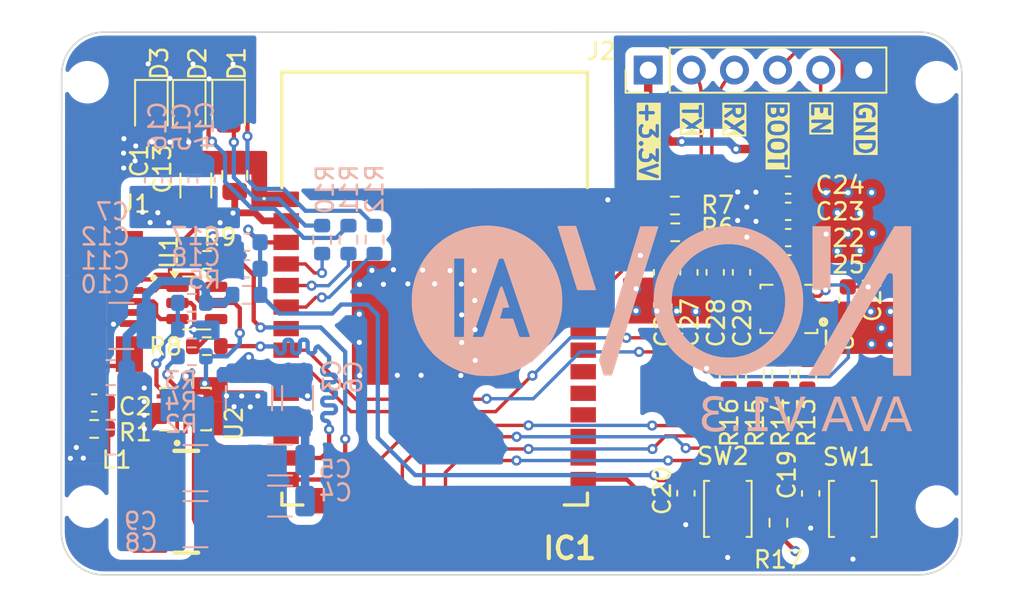
<source format=kicad_pcb>
(kicad_pcb (version 20241229) (generator "pcbnew") (generator_version "9.0")
  (title_block (title "Sensor") (date "2024-07-07") (rev "02") (company "Electronial") (comment 1 "Fiverr") (comment 2 "Property of Novo-AI") (comment 3 "@Copyright -- reserved"))
  (layers (0 "F.Cu" signal) (4 "In1.Cu" power) (6 "In2.Cu" mixed) (2 "B.Cu" signal) (13 "F.Paste" user) (15 "B.Paste" user) (5 "F.SilkS" user "F.Silkscreen") (7 "B.SilkS" user "B.Silkscreen") (1 "F.Mask" user) (3 "B.Mask" user) (25 "Edge.Cuts" user))
  (net 0 "")
  (net 1 "Earth")
  (net 2 "+5V")
  (net 3 "Net-(C2-Pad1)")
  (net 4 "+3.3V")
  (net 5 "/ESP32 S3/CHIP_PU")
  (net 6 "/ESP32 S3/GPIO0")
  (net 7 "Net-(D1-A)")
  (net 8 "Net-(D2-A)")
  (net 9 "Net-(D3-A)")
  (net 13 "/CS")
  (net 16 "/CLK")
  (net 17 "Net-(IC1-IO19)")
  (net 19 "Net-(IC1-TXD0)")
  (net 20 "/MISO")
  (net 21 "Net-(IC1-IO20)")
  (net 22 "Net-(IC1-RXD0)")
  (net 25 "/ESP32 S3/GPIO5")
  (net 29 "/IO15")
  (net 31 "/ESP32 S3/GPIO4")
  (net 32 "/MOSI")
  (net 35 "/ESP32 S3/GPIO6")
  (net 37 "/IO16")
  (net 46 "/3.3V PSU & Input/PRE_DP")
  (net 47 "/3.3V PSU & Input/PRE_DN")
  (net 48 "/ESP32 S3/U0RXD")
  (net 49 "/ESP32 S3/U0TXD")
  (net 50 "Net-(U2-L1)")
  (net 51 "Net-(U2-L2)")
  (net 52 "Net-(U2-PFM{slash}PWM)")
  (net 53 "Net-(U2-FB)")
  (net 54 "Net-(U3-SDO{slash}SA0)")
  (net 55 "Net-(U3-SDI{slash}SDO{slash}SDA)")
  (net 56 "Net-(U3-SPC{slash}SCL)")
  (net 57 "Net-(U3-CS)")
  (net 58 "/DP")
  (net 59 "/DN")
  (footprint "Capacitor_SMD:C_0603_1608Metric" (layer "F.Cu") (at 129.19 91.27)
    (property "Reference" "C2")
    (property "Value" "100nF")
  )
  (footprint "Capacitor_SMD:C_0603_1608Metric" (layer "F.Cu") (at 167.325 83.573332 -90)
    (property "Reference" "C29")
    (property "Value" "100nF")
  )
  (footprint "Capacitor_SMD:C_0603_1608Metric" (layer "F.Cu") (at 171.4 96.6 -90)
    (property "Reference" "C19")
    (property "Value" "100nF")
  )
  (footprint "Capacitor_SMD:C_0603_1608Metric" (layer "F.Cu") (at 170.075 83.073332 180)
    (property "Reference" "C25")
    (property "Value" "15pF")
  )
  (footprint "Footprint:AMPHENOL_10118192-0002LF" (layer "F.Cu") (at 131.39 85.29 -90)
    (property "Reference" "J1")
    (property "Value" "10118192-0002LF")
  )
  (footprint "Footprint:ESP32S3WROOM1N4" (layer "F.Cu") (at 149.25 84.53)
    (property "Reference" "IC1")
    (property "Value" "ESP32-S3-WROOM-1-N16R2" (hide yes))
  )
  (footprint "Connector_PinHeader_2.54mm:PinHeader_1x06_P2.54mm_Vertical" (layer "F.Cu") (at 161.83 71.66 90)
    (property "Reference" "J2")
    (property "Value" "Debug")
  )
  (footprint "MountingHole:MountingHole_2mm" (layer "F.Cu") (at 178.83125 72.375)
    (property "Reference" "H2" (hide yes))
    (property "Value" "MountingHole")
  )
  (footprint "Package_TO_SOT_SMD:SOT-23-6" (layer "F.Cu") (at 135.235 85.3775)
    (property "Reference" "U1")
    (property "Value" "USBLC6-2SC6")
  )
  (footprint "LED_SMD:LED_0805_2012Metric" (layer "F.Cu") (at 137.11 73.9175 -90)
    (property "Reference" "D1")
    (property "Value" "LED")
  )
  (footprint "Capacitor_SMD:C_0603_1608Metric" (layer "F.Cu") (at 170.075 79.98 180)
    (property "Reference" "C23")
    (property "Value" "10nF")
  )
  (footprint "Resistor_SMD:R_0603_1608Metric" (layer "F.Cu") (at 171.201666 89.578332 90)
    (property "Reference" "R13")
    (property "Value" "10E, 0.1%")
  )
  (footprint "Capacitor_SMD:C_0603_1608Metric" (layer "F.Cu") (at 170.075 81.526666 180)
    (property "Reference" "C22")
    (property "Value" "100nF")
  )
  (footprint "Button_Switch_SMD:SW_SPST_B3U-1000P" (layer "F.Cu") (at 173.88 97.51 90)
    (property "Reference" "SW1")
    (property "Value" "SW_SPST")
  )
  (footprint "Resistor_SMD:R_0603_1608Metric" (layer "F.Cu") (at 163.4 79.636666)
    (property "Reference" "R7")
    (property "Value" "10E, 0.1%")
  )
  (footprint "Footprint:IIS3DWBTR" (layer "F.Cu") (at 170.115 85.729632 180)
    (property "Reference" "U3")
    (property "Value" "IIS3DWBTR" (hide yes))
  )
  (footprint "Capacitor_SMD:C_0603_1608Metric" (layer "F.Cu") (at 170.075 78.433332 180)
    (property "Reference" "C24")
    (property "Value" "1nF")
  )
  (footprint "Capacitor_SMD:C_0805_2012Metric" (layer "F.Cu") (at 137.47 77.86 90)
    (property "Reference" "C13")
    (property "Value" "4.7uF")
  )
  (footprint "LED_SMD:LED_0805_2012Metric" (layer "F.Cu") (at 132.56 73.925 -90)
    (property "Reference" "D3")
    (property "Value" "LED")
  )
  (footprint "Capacitor_SMD:C_1206_3216Metric" (layer "F.Cu") (at 135.18 78.46 90)
    (property "Reference" "C1")
    (property "Value" "10uF")
  )
  (footprint "MountingHole:MountingHole_2mm" (layer "F.Cu") (at 128.79125 97.375)
    (property "Reference" "H4" (hide yes))
    (property "Value" "MountingHole")
  )
  (footprint "Resistor_SMD:R_0603_1608Metric" (layer "F.Cu") (at 169.5 98.325 90)
    (property "Reference" "R17")
    (property "Value" "10K, 1%")
  )
  (footprint "Resistor_SMD:R_0603_1608Metric" (layer "F.Cu") (at 166.571666 89.558332 -90)
    (property "Reference" "R16")
    (property "Value" "10E, 0.1%")
  )
  (footprint "Capacitor_SMD:C_0603_1608Metric" (layer "F.Cu") (at 173.585 85.204632 90)
    (property "Reference" "C21")
    (property "Value" "100nF")
  )
  (footprint "Button_Switch_SMD:SW_SPST_B3U-1000P" (layer "F.Cu") (at 166.52 97.51 90)
    (property "Reference" "SW2")
    (property "Value" "SW_SPST")
  )
  (footprint "Footprint:VREG_TPS630250RNCT" (layer "F.Cu") (at 134.57 91.63 90)
    (property "Reference" "U2")
    (property "Value" "TPS630250RNCT")
  )
  (footprint "Resistor_SMD:R_0603_1608Metric" (layer "F.Cu") (at 135.825 87.92)
    (property "Reference" "R8")
    (property "Value" "10E, 0.1%")
  )
  (footprint "MountingHole:MountingHole_2mm" (layer "F.Cu") (at 128.79125 72.375)
    (property "Reference" "H1" (hide yes))
    (property "Value" "MountingHole")
  )
  (footprint "Resistor_SMD:R_0603_1608Metric" (layer "F.Cu") (at 163.42 81.216666)
    (property "Reference" "R6")
    (property "Value" "10E, 0.1%")
  )
  (footprint "Resistor_SMD:R_0603_1608Metric" (layer "F.Cu") (at 168.115 89.558332 -90)
    (property "Reference" "R15")
    (property "Value" "10E, 0.1%")
  )
  (footprint "Resistor_SMD:R_0603_1608Metric" (layer "F.Cu") (at 135.84 82.84)
    (property "Reference" "R9")
    (property "Value" "10E, 0.1%")
  )
  (footprint "Capacitor_SMD:C_0603_1608Metric" (layer "F.Cu") (at 164.225 83.573332 90)
    (property "Reference" "C27")
    (property "Value" "1nF")
  )
  (footprint "LED_SMD:LED_0805_2012Metric" (layer "F.Cu") (at 134.79 73.925 -90)
    (property "Reference" "D2")
    (property "Value" "LED")
  )
  (footprint "Capacitor_SMD:C_0603_1608Metric" (layer "F.Cu") (at 162.675 83.573332 90)
    (property "Reference" "C26")
    (property "Value" "15pF")
  )
  (footprint "MountingHole:MountingHole_2mm" (layer "F.Cu") (at 178.83125 97.375 90)
    (property "Reference" "H3" (hide yes))
    (property "Value" "MountingHole")
  )
  (footprint "Resistor_SMD:R_0603_1608Metric" (layer "F.Cu") (at 129.19 92.8 180)
    (property "Reference" "R1")
    (property "Value" "1M, 1%")
  )
  (footprint "Footprint:SRN60451R0Y" (layer "F.Cu") (at 134.615 97.09)
    (property "Reference" "L1")
    (property "Value" "SRN60451R0Y" (hide yes))
  )
  (footprint "Capacitor_SMD:C_0603_1608Metric" (layer "F.Cu") (at 165.775 83.573332 90)
    (property "Reference" "C28")
    (property "Value" "10nF")
  )
  (footprint "Capacitor_SMD:C_0603_1608Metric" (layer "F.Cu") (at 164.05 96.59 -90)
    (property "Reference" "C20")
    (property "Value" "100nF")
  )
  (footprint "Resistor_SMD:R_0603_1608Metric" (layer "F.Cu") (at 169.658333 89.558332 -90)
    (property "Reference" "R14")
    (property "Value" "10E, 0.1%")
  )
  (footprint "Capacitor_SMD:C_0603_1608Metric" (layer "B.Cu") (at 138.19 83.36 180)
    (property "Reference" "C18")
    (property "Value" "1nF")
  )
  (footprint "Capacitor_SMD:C_0805_2012Metric" (layer "B.Cu") (at 130.16 89.48 180)
    (property "Reference" "C12")
    (property "Value" "1uF")
  )
  (footprint "Capacitor_SMD:C_1210_3225Metric" (layer "B.Cu") (at 130.79 86.73 180)
    (property "Reference" "C7")
    (property "Value" "22uF")
  )
  (footprint "Capacitor_SMD:C_0603_1608Metric" (layer "B.Cu") (at 134.23 78.13 90)
    (property "Reference" "C15")
    (property "Value" "1nF")
  )
  (footprint "Capacitor_SMD:C_1206_3216Metric" (layer "B.Cu") (at 141.17 90.98 90)
    (property "Reference" "C6")
    (property "Value" "10uF")
  )
  (footprint "Capacitor_SMD:C_1210_3225Metric" (layer "B.Cu") (at 135.16 95.11)
    (property "Reference" "C9")
    (property "Value" "22uF")
  )
  (footprint "Capacitor_SMD:C_0805_2012Metric" (layer "B.Cu") (at 130.17 91.53 180)
    (property "Reference" "C11")
    (property "Value" "10uF")
  )
  (footprint "Capacitor_SMD:C_0805_2012Metric" (layer "B.Cu") (at 130.17 93.57 180)
    (property "Reference" "C10")
    (property "Value" "10uF")
  )
  (footprint "Capacitor_SMD:C_0603_1608Metric" (layer "B.Cu") (at 138.19 81.8 180)
    (property "Reference" "C17")
    (property "Value" "100nF")
  )
  (footprint "Capacitor_SMD:C_1206_3216Metric" (layer "B.Cu") (at 140.14 97.05 180)
    (property "Reference" "C4")
    (property "Value" "10uF")
  )
  (footprint "Custom:logo_novoai_w40" (layer "B.Cu") (at 162.519205 85.318466 180)
    (property "Reference" "G***" (hide yes))
    (property "Value" "LOGO" (hide yes))
  )
  (footprint "Resistor_SMD:R_0603_1608Metric" (layer "B.Cu") (at 138.17 84.9)
    (property "Reference" "R5")
    (property "Value" "4.7K, 1%")
  )
  (footprint "Resistor_SMD:R_0603_1608Metric" (layer "B.Cu") (at 134.94 85.37 180)
    (property "Reference" "R3")
    (property "Value" "562K,0.1%")
  )
  (footprint "Capacitor_SMD:C_0603_1608Metric" (layer "B.Cu") (at 132.69 78.14 90)
    (property "Reference" "C16")
    (property "Value" "33pF")
  )
  (footprint "Capacitor_SMD:C_1210_3225Metric" (layer "B.Cu") (at 138.31 90.99 90)
    (property "Reference" "C3")
    (property "Value" "22uF")
  )
  (footprint "Resistor_SMD:R_0603_1608Metric" (layer "B.Cu") (at 142.62 81.645 -90)
    (property "Reference" "R10")
    (property "Value" "100E, 1%")
  )
  (footprint "Resistor_SMD:R_0603_1608Metric" (layer "B.Cu") (at 145.71 81.645 -90)
    (property "Reference" "R12")
    (property "Value" "100E, 1%")
  )
  (footprint "Capacitor_SMD:C_1206_3216Metric" (layer "B.Cu") (at 140.14 94.63 180)
    (property "Reference" "C5")
    (property "Value" "10uF")
  )
  (footprint "Capacitor_SMD:C_1210_3225Metric" (layer "B.Cu") (at 135.16 98.41)
    (property "Reference" "C8")
    (property "Value" "22uF")
  )
  (footprint "Resistor_SMD:R_0603_1608Metric" (layer "B.Cu") (at 134.95 88.52 180)
    (property "Reference" "R2")
    (property "Value" "10K, 1%")
  )
  (footprint "Resistor_SMD:R_0603_1608Metric" (layer "B.Cu") (at 144.17 81.645 -90)
    (property "Reference" "R11")
    (property "Value" "100E, 1%")
  )
  (footprint "Resistor_SMD:R_0603_1608Metric" (layer "B.Cu") (at 134.94 86.95 180)
    (property "Reference" "R4")
    (property "Value" "180K,0.1%")
  )
  (footprint "Capacitor_SMD:C_0603_1608Metric" (layer "B.Cu") (at 135.78 78.14 90)
    (property "Reference" "C14")
    (property "Value" "100nF")
  )
  (gr_arc (start 129.757767 101.392233) (mid 127.99 100.66) (end 127.257767 98.892233) (stroke (width 0.1)) (layer "Edge.Cuts"))
  (gr_line (start 129.775 69.425) (end 177.807233 69.417767) (stroke (width 0.1)) (layer "Edge.Cuts"))
  (gr_arc (start 127.275 71.925) (mid 128.007233 70.157233) (end 129.775 69.425) (stroke (width 0.1)) (layer "Edge.Cuts"))
  (gr_arc (start 180.302233 98.892233) (mid 179.57 100.66) (end 177.802233 101.392233) (stroke (width 0.1)) (layer "Edge.Cuts"))
  (gr_arc (start 177.807233 69.417767) (mid 179.575 70.15) (end 180.307233 71.917767) (stroke (width 0.1)) (layer "Edge.Cuts"))
  (gr_line (start 177.802233 101.392233) (end 129.757767 101.392233) (stroke (width 0.1)) (layer "Edge.Cuts"))
  (gr_line (start 127.275 71.925) (end 127.257767 98.892233) (stroke (width 0.1)) (layer "Edge.Cuts"))
  (gr_line (start 180.302233 98.892233) (end 180.307233 71.917767) (stroke (width 0.1)) (layer "Edge.Cuts"))
  (gr_text "RX" (at 166.27 73.42 270) (layer "F.SilkS" knockout) (effects (font (size 1 1) (thickness 0.2) (bold yes)) (justify left bottom)))
  (gr_text "+3.3V" (at 161.23 73.42 270) (layer "F.SilkS" knockout) (effects (font (size 1 1) (thickness 0.2) (bold yes)) (justify left bottom)))
  (gr_text "GND" (at 174 73.46 270) (layer "F.SilkS" knockout) (effects (font (size 1 1) (thickness 0.2) (bold yes)) (justify left bottom)))
  (gr_text "BOOT" (at 168.82 73.41 270) (layer "F.SilkS" knockout) (effects (font (size 1 1) (thickness 0.2) (bold yes)) (justify left bottom)))
  (gr_text "TX" (at 163.77 73.57 270) (layer "F.SilkS" knockout) (effects (font (size 1 1) (thickness 0.2) (bold yes)) (justify left bottom)))
  (gr_text "EN" (at 171.39 73.4 270) (layer "F.SilkS" knockout) (effects (font (size 1 1) (thickness 0.2) (bold yes)) (justify left bottom)))
  (gr_text "AVA V1.3" (at 177.4 93.27 0) (layer "B.SilkS") (effects (font (size 2 2)) (justify left bottom mirror)))
  (segment (start 159.42 79.27) (end 159.45 79.3) (width 0.25) (layer "F.Cu") (net 1))
  (segment (start 173.88 100.46) (end 173.89 100.47) (width 0.2) (layer "F.Cu") (net 1))
  (segment (start 129.71 94.52) (end 130.015 94.215) (width 0.254) (layer "F.Cu") (net 1))
  (segment (start 134.57 92.185) (end 134.57 90.48) (width 0.2) (layer "F.Cu") (net 1))
  (segment (start 158 79.27) (end 159.42 79.27) (width 0.25) (layer "F.Cu") (net 1))
  (segment (start 164.05 97.365) (end 164.05 98.43) (width 0.2) (layer "F.Cu") (net 1))
  (segment (start 130.33 86.63) (end 130.37 86.59) (width 0.254) (layer "F.Cu") (net 1))
  (segment (start 134.61 89.69) (end 134.57 89.73) (width 0.2) (layer "F.Cu") (net 1))
  (segment (start 166.52 100.36) (end 166.51 100.37) (width 0.2) (layer "F.Cu") (net 1))
  (segment (start 173.585 84.429632) (end 174.789632 84.429632) (width 0.2) (layer "F.Cu") (net 1))
  (segment (start 164.05 98.43) (end 164.04 98.44) (width 0.2) (layer "F.Cu") (net 1))
  (segment (start 171.4 97.375) (end 171.4 98.64) (width 0.2) (layer "F.Cu") (net 1))
  (segment (start 166.52 99.21) (end 166.52 100.36) (width 0.2) (layer "F.Cu") (net 1))
  (segment (start 174.789632 84.429632) (end 174.79 84.43) (width 0.2) (layer "F.Cu") (net 1))
  (segment (start 130.015 92.8) (end 130.015 91.32) (width 0.254) (layer "F.Cu") (net 1))
  (segment (start 134.8775 85.3775) (end 134.0975 85.3775) (width 0.254) (layer "F.Cu") (net 1))
  (segment (start 130.37 86.59) (end 131.39 86.59) (width 0.254) (layer "F.Cu") (net 1))
  (segment (start 128.55 94.52) (end 129.71 94.52) (width 0.254) (layer "F.Cu") (net 1))
  (segment (start 135.087 86.923797) (end 135.087 85.587) (width 0.254) (layer "F.Cu") (net 1))
  (segment (start 135.087 85.587) (end 134.8775 85.3775) (width 0.254) (layer "F.Cu") (net 1))
  (segment (start 130.015 94.215) (end 130.015 92.8) (width 0.254) (layer "F.Cu") (net 1))
  (segment (start 134.57 89.73) (end 134.57 90.48) (width 0.2) (layer "F.Cu") (net 1))
  (segment (start 173.88 99.21) (end 173.88 100.46) (width 0.2) (layer "F.Cu") (net 1))
  (segment (start 135.065797 86.945) (end 135.087 86.923797) (width 0.254) (layer "F.Cu") (net 1))
  (segment (start 130.015 91.32) (end 129.965 91.27) (width 0.254) (layer "F.Cu") (net 1))
  (via (at 130.92 76.55) (size 0.6) (drill 0.3) (layers "F.Cu" "B.Cu") (net 1))
  (via (at 146.23 84.28) (size 0.6) (drill 0.3) (layers "F.Cu" "B.Cu") (net 1))
  (via (at 151.58 83.47) (size 0.6) (drill 0.3) (layers "F.Cu" "B.Cu") (net 1))
  (via (at 171.4 98.64) (size 0.6) (drill 0.3) (layers "F.Cu" "B.Cu") (net 1))
  (via (at 148.45 89.64) (size 0.6) (drill 0.3) (layers "F.Cu" "B.Cu") (net 1))
  (via (at 144.81 86.037) (size 0.6) (drill 0.3) (layers "F.Cu" "B.Cu") (net 1))
  (via (at 135.01 71.3) (size 0.6) (drill 0.3) (layers "F.Cu" "B.Cu") (net 1))
  (via (at 150.84 86.08) (size 0.6) (drill 0.3) (layers "F.Cu" "B.Cu") (net 1))
  (via (at 167.1 78.84) (size 0.6) (drill 0.3) (layers "F.Cu" "B.Cu") (net 1))
  (via (at 141.76 90.85) (size 0.6) (drill 0.3) (layers "F.Cu" "B.Cu") (net 1))
  (via (at 135.065797 86.945) (size 0.6) (drill 0.3) (layers "F.Cu" "B.Cu") (net 1))
  (via (at 147.05 89.64) (size 0.6) (drill 0.3) (layers "F.Cu" "B.Cu") (net 1))
  (via (at 150.82 84.27) (size 0.6) (drill 0.3) (layers "F.Cu" "B.Cu") (net 1))
  (via (at 136.19 81.45) (size 0.6) (drill 0.3) (layers "F.Cu" "B.Cu") (net 1))
  (via (at 168.18 80.57) (size 0.6) (drill 0.3) (layers "F.Cu" "B.Cu") (net 1))
  (via (at 149.25 84.25) (size 0.6) (drill 0.3) (layers "F.Cu" "B.Cu") (net 1))
  (via (at 134.76 75.9) (size 0.6) (drill 0.3) (layers "F.Cu" "B.Cu") (net 1))
  (via (at 132.37 71.29) (size 0.6) (drill 0.3) (layers "F.Cu" "B.Cu") (net 1))
  (via (at 134.61 89.69) (size 0.6) (drill 0.3) (layers "F.Cu" "B.Cu") (net 1))
  (via (at 151.63 86.95) (size 0.6) (drill 0.3) (layers "F.Cu" "B.Cu") (net 1))
  (via (at 145.55 83.46) (size 0.6) (drill 0.3) (layers "F.Cu" "B.Cu") (net 1))
  (via (at 150.84 87.71) (size 0.6) (drill 0.3) (layers "F.Cu" "B.Cu") (net 1))
  (via (at 144.81 87.7) (size 0.6) (drill 0.3) (layers "F.Cu" "B.Cu") (net 1))
  (via (at 147.67 84.25) (size 0.6) (drill 0.3) (layers "F.Cu" "B.Cu") (net 1))
  (via (at 133.65 75.9) (size 0.6) (drill 0.3) (layers "F.Cu" "B.Cu") (net 1))
  (via (at 131.64 76.13) (size 0.6) (drill 0.3) (layers "F.Cu" "B.Cu") (net 1))
  (via (at 128.14 93.89) (size 0.6) (drill 0.3) (layers "F.Cu" "B.Cu") (net 1))
  (via (at 135.96 72.18) (size 0.6) (drill 0.3) (layers "F.Cu" "B.Cu") (net 1))
  (via (at 167.64 79.73) (size 0.6) (drill 0.3) (layers "F.Cu" "B.Cu") (net 1))
  (via (at 146.82 83.42) (size 0.6) (drill 0.3) (layers "F.Cu" "B.Cu") (net 1))
  (via (at 130.33 86.63) (size 0.6) (drill 0.3) (layers "F.Cu" "B.Cu") (net 1))
  (via (at 128.55 94.52) (size 0.6) (drill 0.3) (layers "F.Cu" "B.Cu") (net 1))
  (via (at 148.54 83.44) (size 0.6) (drill 0.3) (layers "F.Cu" "B.Cu") (net 1))
  (via (at 144.83 89.66) (size 0.6) (drill 0.3) (layers "F.Cu" "B.Cu") (net 1))
  (via (at 151.64 88.76) (size 0.6) (drill 0.3) (layers "F.Cu" "B.Cu") (net 1))
  (via (at 137.37 71.31) (size 0.6) (drill 0.3) (layers "F.Cu" "B.Cu") (net 1))
  (via (at 168.17 78.85) (size 0.6) (drill 0.3) (layers "F.Cu" "B.Cu") (net 1))
  (via (at 150.79 89.65) (size 0.6) (drill 0.3) (layers "F.Cu" "B.Cu") (net 1))
  (via (at 166.51 100.37) (size 0.6) (drill 0.3) (layers "F.Cu" "B.Cu") (net 1))
  (via (at 159.45 79.3) (size 0.6) (drill 0.3) (layers "F.Cu" "B.Cu") (net 1))
  (via (at 150.16 83.47) (size 0.6) (drill 0.3) (layers "F.Cu" "B.Cu") (net 1))
  (via (at 164.04 98.44) (size 0.6) (drill 0.3) (layers "F.Cu" "B.Cu") (net 1))
  (via (at 130.93 77.43) (size 0.6) (drill 0.3) (layers "F.Cu" "B.Cu") (net 1))
  (via (at 130.94 75.7) (size 0.6) (drill 0.3) (layers "F.Cu" "B.Cu") (net 1))
  (via (at 138.3 88.57) (size 0.6) (drill 0.3) (layers "F.Cu" "B.Cu") (net 1))
  (via (at 174.79 84.43) (size 0.6) (drill 0.3) (layers "F.Cu" "B.Cu") (net 1))
  (via (at 133.65 72.15) (size 0.6) (drill 0.3) (layers "F.Cu" "B.Cu") (net 1))
  (via (at 173.89 100.47) (size 0.6) (drill 0.3) (layers "F.Cu" "B.Cu") (net 1))
  (via (at 132.59 75.89) (size 0.6) (drill 0.3) (layers "F.Cu" "B.Cu") (net 1))
  (via (at 161.37 82.58) (size 0.6) (drill 0.3) (layers "F.Cu" "B.Cu") (net 1))
  (via (at 151.61 85.23) (size 0.6) (drill 0.3) (layers "F.Cu" "B.Cu") (net 1))
  (via (at 144.82 84.29) (size 0.6) (drill 0.3) (layers "F.Cu" "B.Cu") (net 1))
  (via (at 167.64 81.5) (size 0.6) (drill 0.3) (layers "F.Cu" "B.Cu") (net 1))
  (via (at 127.79 94.53) (size 0.6) (drill 0.3) (layers "F.Cu" "B.Cu") (net 1))
  (via (at 131.6 77.01) (size 0.6) (drill 0.3) (layers "F.Cu" "B.Cu") (net 1))
  (via (at 167.1 80.52) (size 0.6) (drill 0.3) (layers "F.Cu" "B.Cu") (net 1))
  (segment (start 138.31 89.515) (end 141.16 89.515) (width 0.254) (layer "B.Cu") (net 1))
  (segment (start 135.76 86.945) (end 135.765 86.95) (width 0.254) (layer "B.Cu") (net 1))
  (segment (start 137.415 81.8) (end 137.415 83.36) (width 0.254) (layer "B.Cu") (net 1))
  (segment (start 137.395 81.78) (end 136.52 81.78) (width 0.254) (layer "B.Cu") (net 1))
  (segment (start 135.065797 86.945) (end 135.76 86.945) (width 0.254) (layer "B.Cu") (net 1))
  (segment (start 130.33 86.63) (end 129.415 86.63) (width 0.254) (layer "B.Cu") (net 1))
  (segment (start 129.415 86.63) (end 129.315 86.73) (width 0.254) (layer "B.Cu") (net 1))
  (segment (start 138.31 89.515) (end 138.31 88.58) (width 0.254) (layer "B.Cu") (net 1))
  (segment (start 138.31 88.58) (end 138.3 88.57) (width 0.254) (layer "B.Cu") (net 1))
  (segment (start 136.52 81.78) (end 136.19 81.45) (width 0.254) (layer "B.Cu") (net 1))
  (segment (start 137.415 81.8) (end 137.395 81.78) (width 0.254) (layer "B.Cu") (net 1))
  (segment (start 141.17 90.47) (end 141.17 89.505) (width 0.254) (layer "B.Cu") (net 1))
  (segment (start 141.55 90.85) (end 141.17 90.47) (width 0.254) (layer "B.Cu") (net 1))
  (segment (start 141.76 90.85) (end 141.55 90.85) (width 0.254) (layer "B.Cu") (net 1))
  (segment (start 141.16 89.515) (end 141.17 89.505) (width 0.254) (layer "B.Cu") (net 1))
  (segment (start 131.39 83.99) (end 132.54 83.99) (width 0.254) (layer "F.Cu") (net 2))
  (segment (start 133.66 82.47) (end 133.66 83.72) (width 0.254) (layer "F.Cu") (net 2))
  (segment (start 134.98 83.72) (end 135.27 84.01) (width 0.254) (layer "F.Cu") (net 2))
  (segment (start 137.77 85.69) (end 137.4575 85.3775) (width 0.254) (layer "F.Cu") (net 2))
  (segment (start 137.4575 85.3775) (end 136.3725 85.3775) (width 0.254) (layer "F.Cu") (net 2))
  (segment (start 135.27 84.01) (end 135.27 85.127948) (width 0.254) (layer "F.Cu") (net 2))
  (segment (start 133.66 83.72) (end 134.98 83.72) (width 0.254) (layer "F.Cu") (net 2))
  (segment (start 135.18 79.935) (end 135.18 80.95) (width 0.254) (layer "F.Cu") (net 2))
  (segment (start 135.18 80.95) (end 133.66 82.47) (width 0.254) (layer "F.Cu") (net 2))
  (segment (start 132.54 83.99) (end 132.81 83.72) (width 0.254) (layer "F.Cu") (net 2))
  (segment (start 135.27 85.127948) (end 135.519552 85.3775) (width 0.254) (layer "F.Cu") (net 2))
  (segment (start 135.519552 85.3775) (end 136.3725 85.3775) (width 0.254) (layer "F.Cu") (net 2))
  (segment (start 137.77 87.16) (end 137.77 85.69) (width 0.254) (layer "F.Cu") (net 2))
  (segment (start 132.81 83.72) (end 133.66 83.72) (width 0.254) (layer "F.Cu") (net 2))
  (via (at 137.77 87.16) (size 0.6) (drill 0.3) (layers "F.Cu" "B.Cu") (net 2))
  (via (at 137.43 91.49) (size 0.6) (drill 0.3) (layers "F.Cu" "B.Cu") (net 2))
  (via (at 136.99 90.85) (size 0.6) (drill 0.3) (layers "F.Cu" "B.Cu") (net 2))
  (via (at 138.39 91.5) (size 0.6) (drill 0.3) (layers "F.Cu" "B.Cu") (net 2))
  (via (at 138.83 90.86) (size 0.6) (drill 0.3) (layers "F.Cu" "B.Cu") (net 2))
  (via (at 135.7 90.12) (size 0.6) (drill 0.3) (layers "F.Cu" "B.Cu") (net 2))
  (via (at 137.88 90.86) (size 0.6) (drill 0.3) (layers "F.Cu" "B.Cu") (net 2))
  (segment (start 135.775 88.52) (end 135.775 90.045) (width 0.254) (layer "B.Cu") (net 2))
  (segment (start 138.31 92.465) (end 141.16 92.465) (width 0.5) (layer "B.Cu") (net 2))
  (segment (start 137.02 88.52) (end 135.775 88.52) (width 0.254) (layer "B.Cu") (net 2))
  (segment (start 141.615 97.05) (end 141.615 92.9) (width 0.5) (layer "B.Cu") (net 2))
  (segment (start 141.615 92.9) (end 141.17 92.455) (width 0.5) (layer "B.Cu") (net 2))
  (segment (start 135.775 90.045) (end 135.7 90.12) (width 0.254) (layer "B.Cu") (net 2))
  (segment (start 137.77 87.16) (end 137.77 87.77) (width 0.254) (layer "B.Cu") (net 2))
  (segment (start 137.77 87.77) (end 137.02 88.52) (width 0.254) (layer "B.Cu") (net 2))
  (segment (start 141.16 92.465) (end 141.17 92.455) (width 0.5) (layer "B.Cu") (net 2))
  (segment (start 128.715 81.49) (end 130.565 81.49) (width 0.25) (layer "F.Cu") (net 3))
  (segment (start 128.415 89.39) (end 128.715 89.09) (width 0.254) (layer "F.Cu") (net 3))
  (segment (start 128.365 91.32) (end 128.415 91.27) (width 0.254) (layer "F.Cu") (net 3))
  (segment (start 128.415 91.27) (end 128.415 89.39) (width 0.254) (layer "F.Cu") (net 3))
  (segment (start 128.715 89.09) (end 130.565 89.09) (width 0.25) (layer "F.Cu") (net 3))
  (segment (start 130.565 89.09) (end 131.265 88.39) (width 0.25) (layer "F.Cu") (net 3))
  (segment (start 130.565 81.49) (end 131.265 82.19) (width 0.25) (layer "F.Cu") (net 3))
  (segment (start 128.715 81.49) (end 128.715 89.09) (width 0.25) (layer "F.Cu") (net 3))
  (segment (start 128.365 92.8) (end 128.365 91.32) (width 0.254) (layer "F.Cu") (net 3))
  (segment (start 137.77 78.81) (end 137.47 78.81) (width 0.25) (layer "F.Cu") (net 4))
  (segment (start 170.5 100) (end 169.65 99.15) (width 0.254) (layer "F.Cu") (net 4))
  (segment (start 161.83 71.66) (end 161.83 74.54) (width 0.5) (layer "F.Cu") (net 4))
  (segment (start 137.38 80.07) (end 137.37 80.08) (width 0.4) (layer "F.Cu") (net 4))
  (segment (start 139.14 80.54) (end 138.67 80.07) (width 0.4) (layer "F.Cu") (net 4))
  (segment (start 170.85 77.36) (end 170.85 78.433332) (width 0.5) (layer "F.Cu") (net 4))
  (segment (start 169.8 76.31) (end 170.85 77.36) (width 0.5) (layer "F.Cu") (net 4))
  (segment (start 161.83 74.54) (end 162.87 75.58) (width 0.5) (layer "F.Cu") (net 4))
  (segment (start 163.16 75.87) (end 163.81 75.87) (width 0.5) (layer "F.Cu") (net 4))
  (segment (start 167 76.31) (end 169.8 76.31) (width 0.5) (layer "F.Cu") (net 4))
  (segment (start 138.67 80.07) (end 137.38 80.07) (width 0.4) (layer "F.Cu") (net 4))
  (segment (start 140.5 80.54) (end 139.14 80.54) (width 0.4) (layer "F.Cu") (net 4))
  (segment (start 169.65 99.15) (end 169.5 99.15) (width 0.254) (layer "F.Cu") (net 4))
  (segment (start 137.47 78.81) (end 137.47 79.98) (width 0.4) (layer "F.Cu") (net 4))
  (segment (start 162.87 75.58) (end 163.16 75.87) (width 0.5) (layer "F.Cu") (net 4))
  (segment (start 137.47 79.98) (end 137.37 80.08) (width 0.4) (layer "F.Cu") (net 4))
  (segment (start 162.675 84.348332) (end 167.325 84.348332) (width 0.254) (layer "F.Cu") (net 4))
  (via (at 163.51 85.86) (size 0.6) (drill 0.3) (layers "F.Cu" "B.Cu") (net 4))
  (via (at 172.3 78.88) (size 0.6) (drill 0.3) (layers "F.Cu" "B.Cu") (net 4))
  (via (at 170.5 100) (size 0.6) (drill 0.3) (layers "F.Cu" "B.Cu") (net 4))
  (via (at 175.04 81.27) (size 0.6) (drill 0.3) (layers "F.Cu" "B.Cu") (net 4))
  (via (at 176.1 85.88) (size 0.6) (drill 0.3) (layers "F.Cu" "B.Cu") (net 4))
  (via (at 132.14 91.99) (size 0.6) (drill 0.3) (layers "F.Cu" "B.Cu") (net 4))
  (via (at 174.94 85.89) (size 0.6) (drill 0.3) (layers "F.Cu" "B.Cu") (net 4))
  (via (at 172.97 80.06) (size 0.6) (drill 0.3) (layers "F.Cu" "B.Cu") (net 4))
  (via (at 172.97 82.33) (size 0.6) (drill 0.3) (layers "F.Cu" "B.Cu") (net 4))
  (via (at 136.61 80.65) (size 0.6) (drill 0.3) (layers "F.Cu" "B.Cu") (net 4))
  (via (at 173.6 78.88) (size 0.6) (drill 0.3) (layers "F.Cu" "B.Cu") (net 4))
  (via (at 132.14 91.19) (size 0.6) (drill 0.3) (layers "F.Cu" "B.Cu") (net 4))
  (via (at 132.04 80.03) (size 0.6) (drill 0.3) (layers "F.Cu" "B.Cu") (net 4))
  (via (at 161.11 85.84) (size 0.6) (drill 0.3) (layers "F.Cu" "B.Cu") (net 4))
  (via (at 174.99 78.87) (size 0.6) (drill 0.3) (layers "F.Cu" "B.Cu") (net 4))
  (via (at 132.14 90.39) (size 0.6) (drill 0.3) (layers "F.Cu" "B.Cu") (net 4))
  (via (at 162.34 85.85) (size 0.6) (drill 0.3) (layers "F.Cu" "B.Cu") (net 4))
  (via (at 132.15 92.8) (size 0.6) (drill 0.3) (layers "F.Cu" "B.Cu") (net 4))
  (via (at 174.99 87.8) (size 0.6) (drill 0.3) (layers "F.Cu" "B.Cu") (net 4))
  (via (at 174.31 82.3) (size 0.6) (drill 0.3) (layers "F.Cu" "B.Cu") (net 4))
  (via (at 176.09 87.82) (size 0.6) (drill 0.3) (layers "F.Cu" "B.Cu") (net 4))
  (via (at 167 76.31) (size 0.6) (drill 0.3) (layers "F.Cu" "B.Cu") (net 4))
  (via (at 172.31 81.32) (size 0.6) (drill 0.3) (layers "F.Cu" "B.Cu") (net 4))
  (via (at 174.29 80.1) (size 0.6) (drill 0.3) (layers "F.Cu" "B.Cu") (net 4))
  (via (at 137.37 80.08) (size 0.6) (drill 0.3) (layers "F.Cu" "B.Cu") (net 4))
  (via (at 133.58 80.65) (size 0.6) (drill 0.3) (layers "F.Cu" "B.Cu") (net 4))
  (via (at 161.12 84.54) (size 0.6) (drill 0.3) (layers "F.Cu" "B.Cu") (net 4))
  (via (at 175.57 86.86) (size 0.6) (drill 0.3) (layers "F.Cu" "B.Cu") (net 4))
  (via (at 164.63 85.88) (size 0.6) (drill 0.3) (layers "F.Cu" "B.Cu") (net 4))
  (via (at 132.94 80.06) (size 0.6) (drill 0.3) (layers "F.Cu" "B.Cu") (net 4))
  (via (at 163.81 75.87) (size 0.6) (drill 0.3) (layers "F.Cu" "B.Cu") (net 4))
  (via (at 132.49 80.64) (size 0.6) (drill 0.3) (layers "F.Cu" "B.Cu") (net 4))
  (via (at 173.59 81.32) (size 0.6) (drill 0.3) (layers "F.Cu" "B.Cu") (net 4))
  (segment (start 166.56 75.87) (end 167 76.31) (width 0.5) (layer "B.Cu") (net 4))
  (segment (start 131.11 89.48) (end 131.11 87.33) (width 0.5) (layer "B.Cu") (net 4))
  (segment (start 133.08 84.09) (end 135.25 84.09) (width 0.5) (layer "B.Cu") (net 4))
  (segment (start 135.25 84.09) (end 135.765 84.605) (width 0.5) (layer "B.Cu") (net 4))
  (segment (start 132.265 84.905) (end 133.08 84.09) (width 0.5) (layer "B.Cu") (net 4))
  (segment (start 135.765 85.37) (end 136.875 85.37) (width 0.5) (layer "B.Cu") (net 4))
  (segment (start 131.71 86.73) (end 132.265 86.73) (width 0.5) (layer "B.Cu") (net 4))
  (segment (start 136.875 85.37) (end 137.345 84.9) (width 0.5) (layer "B.Cu") (net 4))
  (segment (start 131.12 93.57) (end 131.12 89.49) (width 0.254) (layer "B.Cu") (net 4))
  (segment (start 163.81 75.87) (end 166.56 75.87) (width 0.5) (layer "B.Cu") (net 4))
  (segment (start 132.265 86.73) (end 132.265 84.905) (width 0.5) (layer "B.Cu") (net 4))
  (segment (start 131.12 89.49) (end 131.11 89.48) (width 0.254) (layer "B.Cu") (net 4))
  (segment (start 135.765 84.605) (end 135.765 85.37) (width 0.5) (layer "B.Cu") (net 4))
  (segment (start 131.11 87.33) (end 131.71 86.73) (width 0.5) (layer "B.Cu") (net 4))
  (segment (start 173.6 76.92) (end 175.51 76.92) (width 0.2) (layer "F.Cu") (net 5))
  (segment (start 177.27 91.7) (end 174.73 94.24) (width 0.2) (layer "F.Cu") (net 5))
  (segment (start 170.89 94.24) (end 169.32 95.81) (width 0.2) (layer "F.Cu") (net 5))
  (segment (start 138.27 81.15) (end 138.93 81.81) (width 0.25) (layer "F.Cu") (net 5))
  (segment (start 138.93 81.81) (end 140.5 81.81) (width 0.25) (layer "F.Cu") (net 5))
  (segment (start 171.99 71.66) (end 171.99 75.31) (width 0.2) (layer "F.Cu") (net 5))
  (segment (start 166.515 95.815) (end 166.52 95.81) (width 0.2) (layer "F.Cu") (net 5))
  (segment (start 171.99 75.31) (end 173.6 76.92) (width 0.2) (layer "F.Cu") (net 5))
  (segment (start 164.05 95.815) (end 162.465 95.815) (width 0.254) (layer "F.Cu") (net 5))
  (segment (start 169.32 95.81) (end 166.52 95.81) (width 0.2) (layer "F.Cu") (net 5))
  (segment (start 177.27 78.68) (end 177.27 91.7) (width 0.2) (layer "F.Cu") (net 5))
  (segment (start 162.465 95.815) (end 162.17 95.52) (width 0.254) (layer "F.Cu") (net 5))
  (segment (start 175.51 76.92) (end 177.27 78.68) (width 0.2) (layer "F.Cu") (net 5))
  (segment (start 138.27 81.06) (end 138.27 81.15) (width 0.25) (layer "F.Cu") (net 5))
  (segment (start 174.73 94.24) (end 170.89 94.24) (width 0.2) (layer "F.Cu") (net 5))
  (segment (start 164.05 95.815) (end 166.515 95.815) (width 0.2) (layer "F.Cu") (net 5))
  (via (at 162.17 95.52) (size 0.6) (drill 0.3) (layers "F.Cu" "B.Cu") (net 5))
  (via (at 138.27 81.06) (size 0.6) (drill 0.3) (layers "F.Cu" "B.Cu") (net 5))
  (segment (start 140.095 86) (end 138.995 84.9) (width 0.254) (layer "B.Cu") (net 5))
  (segment (start 138.27 81.105) (end 138.965 81.8) (width 0.25) (layer "B.Cu") (net 5))
  (segment (start 138.965 84.87) (end 138.995 84.9) (width 0.25) (layer "B.Cu") (net 5))
  (segment (start 138.965 81.8) (end 138.965 84.87) (width 0.25) (layer "B.Cu") (net 5))
  (segment (start 162.17 95.52) (end 148.1 95.52) (width 0.254) (layer "B.Cu") (net 5))
  (segment (start 145.9 93.32) (end 145.9 86.09) (width 0.254) (layer "B.Cu") (net 5))
  (segment (start 145.28 85.47) (end 143.74 85.47) (width 0.254) (layer "B.Cu") (net 5))
  (segment (start 148.1 95.52) (end 145.9 93.32) (width 0.254) (layer "B.Cu") (net 5))
  (segment (start 145.9 86.09) (end 145.28 85.47) (width 0.254) (layer "B.Cu") (net 5))
  (segment (start 138.27 81.06) (end 138.27 81.105) (width 0.25) (layer "B.Cu") (net 5))
  (segment (start 143.74 85.47) (end 143.21 86) (width 0.254) (layer "B.Cu") (net 5))
  (segment (start 143.21 86) (end 140.095 86) (width 0.254) (layer "B.Cu") (net 5))
  (segment (start 165.97 97.5) (end 169.1 97.5) (width 0.254) (layer "F.Cu") (net 6))
  (segment (start 175.79 95.04) (end 177.98 92.85) (width 0.2) (layer "F.Cu") (net 6))
  (segment (start 158 95.78) (end 160.57 95.78) (width 0.254) (layer "F.Cu") (net 6))
  (segment (start 175.95 76.02) (end 177.98 78.05) (width 0.2) (layer "F.Cu") (net 6))
  (segment (start 161.45 96.66) (end 161.45 98.97) (width 0.254) (layer "F.Cu") (net 6))
  (segment (start 173.88 95.81) (end 175.02 95.81) (width 0.2) (layer "F.Cu") (net 6))
  (segment (start 172.46 70.25) (end 173.26 71.05) (width 0.2) (layer "F.Cu") (net 6))
  (segment (start 165.16 99.1) (end 165.16 98.31) (width 0.254) (layer "F.Cu") (net 6))
  (segment (start 169.35 97.25) (end 169.75 97.25) (width 0.254) (layer "F.Cu") (net 6))
  (segment (start 169.5 97.5) (end 169.35 97.35) (width 0.254) (layer "F.Cu") (net 6))
  (segment (start 171.4 95.825) (end 173.843787 95.825) (width 0.2) (layer "F.Cu") (net 6))
  (segment (start 170.86 70.25) (end 172.46 70.25) (width 0.2) (layer "F.Cu") (net 6))
  (segment (start 177.98 92.85) (end 177.98 78.05) (width 0.2) (layer "F.Cu") (net 6))
  (segment (start 169.35 97.35) (end 169.35 97.25) (width 0.254) (layer "F.Cu") (net 6))
  (segment (start 160.57 95.78) (end 161.45 96.66) (width 0.254) (layer "F.Cu") (net 6))
  (segment (start 165.16 98.31) (end 165.97 97.5) (width 0.254) (layer "F.Cu") (net 6))
  (segment (start 174.09 76.02) (end 175.95 76.02) (width 0.2) (layer "F.Cu") (net 6))
  (segment (start 164.44 99.82) (end 165.16 99.1) (width 0.254) (layer "F.Cu") (net 6))
  (segment (start 175.02 95.81) (end 175.79 95.04) (width 0.2) (layer "F.Cu") (net 6))
  (segment (start 169.45 71.66) (end 170.86 70.25) (width 0.2) (layer "F.Cu") (net 6))
  (segment (start 171.175 95.825) (end 171.4 95.825) (width 0.254) (layer "F.Cu") (net 6))
  (segment (start 162.3 99.82) (end 164.44 99.82) (width 0.254) (layer "F.Cu") (net 6))
  (segment (start 161.45 98.97) (end 162.3 99.82) (width 0.254) (layer "F.Cu") (net 6))
  (segment (start 173.26 71.05) (end 173.26 75.19) (width 0.2) (layer "F.Cu") (net 6))
  (segment (start 173.26 75.19) (end 174.09 76.02) (width 0.2) (layer "F.Cu") (net 6))
  (segment (start 169.75 97.25) (end 171.175 95.825) (width 0.254) (layer "F.Cu") (net 6))
  (segment (start 169.1 97.5) (end 169.35 97.25) (width 0.254) (layer "F.Cu") (net 6))
  (arc (start 173.843787 95.825) (mid 173.863385 95.821101) (end 173.88 95.81) (width 0.2) (layer "F.Cu") (net 6))
  (segment (start 137.42 75.91) (end 137.42 75.165) (width 0.25) (layer "F.Cu") (net 7))
  (segment (start 137.42 75.165) (end 137.11 74.855) (width 0.25) (layer "F.Cu") (net 7))
  (via (at 137.42 75.91) (size 0.6) (drill 0.3) (layers "F.Cu" "B.Cu") (net 7))
  (segment (start 137.42 77.98) (end 137.42 75.91) (width 0.25) (layer "B.Cu") (net 7))
  (segment (start 142.62 80.82) (end 141.63 80.82) (width 0.25) (layer "B.Cu") (net 7))
  (segment (start 141.63 80.82) (end 140.06 79.25) (width 0.25) (layer "B.Cu") (net 7))
  (segment (start 140.06 79.25) (end 138.69 79.25) (width 0.25) (layer "B.Cu") (net 7))
  (segment (start 137.91 78.47) (end 137.42 77.98) (width 0.25) (layer "B.Cu") (net 7))
  (segment (start 138.69 79.25) (end 137.91 78.47) (width 0.25) (layer "B.Cu") (net 7))
  (segment (start 135.93 75.08) (end 135.93 75.67) (width 0.254) (layer "F.Cu") (net 8))
  (segment (start 135.7125 74.8625) (end 135.93 75.08) (width 0.254) (layer "F.Cu") (net 8))
  (segment (start 134.79 74.8625) (end 135.7125 74.8625) (width 0.254) (layer "F.Cu") (net 8))
  (segment (start 135.93 75.67) (end 136.13 75.87) (width 0.254) (layer "F.Cu") (net 8))
  (via (at 136.13 75.87) (size 0.6) (drill 0.3) (layers "F.Cu" "B.Cu") (net 8))
  (segment (start 138.49 79.83) (end 137.27 78.61) (width 0.25) (layer "B.Cu") (net 8))
  (segment (start 136.9 78.24) (end 136.9 76.96) (width 0.25) (layer "B.Cu") (net 8))
  (segment (start 140.15 80.16) (end 139.82 79.83) (width 0.25) (layer "B.Cu") (net 8))
  (segment (start 141.535 81.545) (end 140.15 80.16) (width 0.25) (layer "B.Cu") (net 8))
  (segment (start 139.82 79.83) (end 138.7 79.83) (width 0.25) (layer "B.Cu") (net 8))
  (segment (start 136.9 76.64) (end 136.13 75.87) (width 0.25) (layer "B.Cu") (net 8))
  (segment (start 136.9 76.96) (end 136.9 76.64) (width 0.25) (layer "B.Cu") (net 8))
  (segment (start 144.17 80.82) (end 143.445 81.545) (width 0.25) (layer "B.Cu") (net 8))
  (segment (start 143.445 81.545) (end 141.535 81.545) (width 0.25) (layer "B.Cu") (net 8))
  (segment (start 138.7 79.83) (end 138.49 79.83) (width 0.25) (layer "B.Cu") (net 8))
  (segment (start 137.27 78.61) (end 136.9 78.24) (width 0.25) (layer "B.Cu") (net 8))
  (segment (start 137.75 73.95) (end 138.09 74.29) (width 0.25) (layer "F.Cu") (net 9))
  (segment (start 134.61 73.95) (end 137.75 73.95) (width 0.25) (layer "F.Cu") (net 9))
  (segment (start 132.56 74.8625) (end 133.4725 73.95) (width 0.25) (layer "F.Cu") (net 9))
  (segment (start 133.4725 73.95) (end 134.61 73.95) (width 0.25) (layer "F.Cu") (net 9))
  (segment (start 138.09 74.29) (end 138.22 74.42) (width 0.25) (layer "F.Cu") (net 9))
  (segment (start 138.22 74.42) (end 138.22 75.56) (width 0.25) (layer "F.Cu") (net 9))
  (via (at 138.22 75.56) (size 0.6) (drill 0.3) (layers "F.Cu" "B.Cu") (net 9))
  (segment (start 144.84 79.95) (end 145.71 80.82) (width 0.25) (layer "B.Cu") (net 9))
  (segment (start 141.64 79.95) (end 144.84 79.95) (width 0.25) (layer "B.Cu") (net 9))
  (segment (start 138.22 75.56) (end 138.22 78.12) (width 0.25) (layer "B.Cu") (net 9))
  (segment (start 140.35 78.66) (end 141.64 79.95) (width 0.25) (layer "B.Cu") (net 9))
  (segment (start 138.22 78.12) (end 138.76 78.66) (width 0.25) (layer "B.Cu") (net 9))
  (segment (start 138.76 78.66) (end 140.35 78.66) (width 0.25) (layer "B.Cu") (net 9))
  (segment (start 148.05 92.59) (end 154.78 92.59) (width 0.2) (layer "F.Cu") (net 13))
  (segment (start 162.06 92.6) (end 165.74 92.6) (width 0.2) (layer "F.Cu") (net 13))
  (segment (start 166.571666 91.768334) (end 166.571666 90.383332) (width 0.2) (layer "F.Cu") (net 13))
  (segment (start 146.075 94.565) (end 147.01 93.63) (width 0.2) (layer "F.Cu") (net 13))
  (segment (start 147.01 93.63) (end 148.05 92.59) (width 0.2) (layer "F.Cu") (net 13))
  (segment (start 165.74 92.6) (end 166.571666 91.768334) (width 0.2) (layer "F.Cu") (net 13))
  (segment (start 146.075 97.03) (end 146.075 94.565) (width 0.2) (layer "F.Cu") (net 13))
  (via (at 162.06 92.6) (size 0.6) (drill 0.3) (layers "F.Cu" "B.Cu") (net 13))
  (via (at 154.78 92.59) (size 0.6) (drill 0.3) (layers "F.Cu" "B.Cu") (net 13))
  (segment (start 162.05 92.59) (end 162.06 92.6) (width 0.2) (layer "B.Cu") (net 13))
  (segment (start 154.78 92.59) (end 162.05 92.59) (width 0.2) (layer "B.Cu") (net 13))
  (segment (start 148.615 94.875) (end 148.615 97.03) (width 0.2) (layer "F.Cu") (net 16))
  (segment (start 154.78 93.98) (end 149.51 93.98) (width 0.2) (layer "F.Cu") (net 16))
  (segment (start 162.08 93.98) (end 162.85 93.21) (width 0.2) (layer "F.Cu") (net 16))
  (segment (start 162.85 93.21) (end 166.61 93.21) (width 0.2) (layer "F.Cu") (net 16))
  (segment (start 149.51 93.98) (end 148.615 94.875) (width 0.2) (layer "F.Cu") (net 16))
  (segment (start 166.61 93.21) (end 168.115 91.705) (width 0.2) (layer "F.Cu") (net 16))
  (segment (start 168.115 91.705) (end 168.115 90.383332) (width 0.2) (layer "F.Cu") (net 16))
  (via (at 154.78 93.98) (size 0.6) (drill 0.3) (layers "F.Cu" "B.Cu") (net 16))
  (via (at 162.08 93.98) (size 0.6) (drill 0.3) (layers "F.Cu" "B.Cu") (net 16))
  (segment (start 154.78 93.98) (end 162.08 93.98) (width 0.2) (layer "B.Cu") (net 16))
  (segment (start 136.65 87.92) (end 138.96 87.92) (width 0.254) (layer "F.Cu") (net 17))
  (segment (start 138.96 87.92) (end 138.98 87.94) (width 0.254) (layer "F.Cu") (net 17))
  (segment (start 143.03 92.82) (end 143.03 94.04) (width 0.254) (layer "F.Cu") (net 17))
  (segment (start 143.03 94.04) (end 142.56 94.51) (width 0.254) (layer "F.Cu") (net 17))
  (segment (start 142.56 94.51) (end 140.5 94.51) (width 0.254) (layer "F.Cu") (net 17))
  (via (at 138.98 87.94) (size 0.6) (drill 0.3) (layers "F.Cu" "B.Cu") (net 17))
  (via (at 143.03 92.82) (size 0.6) (drill 0.3) (layers "F.Cu" "B.Cu") (net 17))
  (segment (start 142.8484 91.865636) (end 143.03 91.865636) (width 0.254) (layer "B.Cu") (net 17))
  (segment (start 140.4024 88.1216) (end 140.4024 88.1584) (width 0.254) (layer "B.Cu") (net 17))
  (segment (start 143.03 92.82) (end 143.03 92.501236) (width 0.254) (layer "B.Cu") (net 17))
  (segment (start 142.673619 88.213619) (end 142.4 87.94) (width 0.254) (layer "B.Cu") (net 17))
  (segment (start 143.03 91.411636) (end 142.8116 91.411636) (width 0.254) (layer "B.Cu") (net 17))
  (segment (start 139.482676 87.94) (end 138.98 87.94) (width 0.254) (layer "B.Cu") (net 17))
  (segment (start 142.63 90.322036) (end 142.63 90.231236) (width 0.254) (layer "B.Cu") (net 17))
  (segment (start 140.6748 87.54) (end 140.584 87.54) (width 0.254) (layer "B.Cu") (net 17))
  (segment (start 142.0368 88.34) (end 141.946 88.34) (width 0.254) (layer "B.Cu") (net 17))
  (segment (start 141.3104 87.7216) (end 141.3104 87.94) (width 0.254) (layer "B.Cu") (net 17))
  (segment (start 139.7668 87.94) (end 139.676 87.94) (width 0.254) (layer "B.Cu") (net 17))
  (segment (start 143.2484 90.503636) (end 143.03 90.503636) (width 0.254) (layer "B.Cu") (net 17))
  (segment (start 140.4024 87.7216) (end 140.4024 87.94) (width 0.254) (layer "B.Cu") (net 17))
  (segment (start 141.7644 87.94) (end 141.7644 87.7216) (width 0.254) (layer "B.Cu") (net 17))
  (segment (start 142.8116 89.141636) (end 142.8484 89.141636) (width 0.254) (layer "B.Cu") (net 17))
  (segment (start 142.63 89.414036) (end 142.63 89.323236) (width 0.254) (layer "B.Cu") (net 17))
  (segment (start 143.43 90.776036) (end 143.43 90.685236) (width 0.254) (layer "B.Cu") (net 17))
  (segment (start 143.2484 89.595636) (end 143.03 89.595636) (width 0.254) (layer "B.Cu") (net 17))
  (segment (start 140.8564 88.1584) (end 140.8564 87.94) (width 0.254) (layer "B.Cu") (net 17))
  (segment (start 142.8116 91.865636) (end 142.8484 91.865636) (width 0.254) (layer "B.Cu") (net 17))
  (segment (start 141.3104 87.94) (end 141.3104 88.1584) (width 0.254) (layer "B.Cu") (net 17))
  (segment (start 143.43 89.868036) (end 143.43 89.777236) (width 0.254) (layer "B.Cu") (net 17))
  (segment (start 141.1288 88.34) (end 141.038 88.34) (width 0.254) (layer "B.Cu") (net 17))
  (segment (start 143.03 88.960036) (end 143.03 88.869236) (width 0.254) (layer "B.Cu") (net 17))
  (segment (start 143.03 90.503636) (end 142.8116 90.503636) (width 0.254) (layer "B.Cu") (net 17))
  (segment (start 140.8564 87.94) (end 140.8564 87.7216) (width 0.254) (layer "B.Cu") (net 17))
  (segment (start 143.03 90.957636) (end 143.2484 90.957636) (width 0.254) (layer "B.Cu") (net 17))
  (segment (start 141.7644 88.1216) (end 141.7644 87.94) (width 0.254) (layer "B.Cu") (net 17))
  (segment (start 143.03 88.57) (end 142.673619 88.213619) (width 0.254) (layer "B.Cu") (net 17))
  (segment (start 140.4024 87.94) (end 140.4024 88.1216) (width 0.254) (layer "B.Cu") (net 17))
  (segment (start 140.2208 88.34) (end 140.13 88.34) (width 0.254) (layer "B.Cu") (net 17))
  (segment (start 142.8484 89.595636) (end 142.8116 89.595636) (width 0.254) (layer "B.Cu") (net 17))
  (segment (start 143.03 90.049636) (end 143.2484 90.049636) (width 0.254) (layer "B.Cu") (net 17))
  (segment (start 142.2184 88.1216) (end 142.2184 88.1584) (width 0.254) (layer "B.Cu") (net 17))
  (segment (start 142.63 92.138036) (end 142.63 92.047236) (width 0.254) (layer "B.Cu") (net 17))
  (segment (start 142.8116 90.957636) (end 143.03 90.957636) (width 0.254) (layer "B.Cu") (net 17))
  (segment (start 142.8484 92.319636) (end 142.8116 92.319636) (width 0.254) (layer "B.Cu") (net 17))
  (segment (start 143.03 91.865636) (end 143.2484 91.865636) (width 0.254) (layer "B.Cu") (net 17))
  (segment (start 142.8116 90.049636) (end 143.03 90.049636) (width 0.254) (layer "B.Cu") (net 17))
  (segment (start 139.676 87.94) (end 139.482676 87.94) (width 0.254) (layer "B.Cu") (net 17))
  (segment (start 143.43 91.684036) (end 143.43 91.593236) (width 0.254) (layer "B.Cu") (net 17))
  (segment (start 143.03 89.595636) (end 142.8484 89.595636) (width 0.254) (layer "B.Cu") (net 17))
  (segment (start 139.9484 88.1584) (end 139.9484 88.1216) (width 0.254) (layer "B.Cu") (net 17))
  (segment (start 141.7644 88.1584) (end 141.7644 88.1216) (width 0.254) (layer "B.Cu") (net 17))
  (segment (start 143.03 88.869236) (end 143.03 88.57) (width 0.254) (layer "B.Cu") (net 17))
  (segment (start 141.5828 87.54) (end 141.492 87.54) (width 0.254) (layer "B.Cu") (net 17))
  (segment (start 143.2484 91.411636) (end 143.03 91.411636) (width 0.254) (layer "B.Cu") (net 17))
  (segment (start 142.63 91.230036) (end 142.63 91.139236) (width 0.254) (layer "B.Cu") (net 17))
  (arc (start 142.4 87.94) (mid 142.271589 87.993189) (end 142.2184 88.1216) (width 0.254) (layer "B.Cu") (net 17))
  (arc (start 141.038 88.34) (mid 140.909589 88.286811) (end 140.8564 88.1584) (width 0.254) (layer "B.Cu") (net 17))
  (arc (start 142.8116 92.319636) (mid 142.683189 92.266447) (end 142.63 92.138036) (width 0.254) (layer "B.Cu") (net 17))
  (arc (start 141.946 88.34) (mid 141.817589 88.286811) (end 141.7644 88.1584) (width 0.254) (layer "B.Cu") (net 17))
  (arc (start 141.3104 88.1584) (mid 141.257211 88.286811) (end 141.1288 88.34) (width 0.254) (layer "B.Cu") (net 17))
  (arc (start 143.43 90.685236) (mid 143.376811 90.556825) (end 143.2484 90.503636) (width 0.254) (layer "B.Cu") (net 17))
  (arc (start 140.8564 87.7216) (mid 140.803211 87.593189) (end 140.6748 87.54) (width 0.254) (layer "B.Cu") (net 17))
  (arc (start 142.8116 89.595636) (mid 142.683189 89.542447) (end 142.63 89.414036) (width 0.254) (layer "B.Cu") (net 17))
  (arc (start 139.9484 88.1216) (mid 139.895211 87.993189) (end 139.7668 87.94) (width 0.254) (layer "B.Cu") (net 17))
  (arc (start 143.03 92.501236) (mid 142.976811 92.372825) (end 142.8484 92.319636) (width 0.254) (layer "B.Cu") (net 17))
  (arc (start 142.63 90.231236) (mid 142.683189 90.102825) (end 142.8116 90.049636) (width 0.254) (layer "B.Cu") (net 17))
  (arc (start 142.8116 91.411636) (mid 142.683189 91.358447) (end 142.63 91.230036) (width 0.254) (layer "B.Cu") (net 17))
  (arc (start 142.63 92.047236) (mid 142.683189 91.918825) (end 142.8116 91.865636) (width 0.254) (layer "B.Cu") (net 17))
  (arc (start 142.63 91.139236) (mid 142.683189 91.010825) (end 142.8116 90.957636) (width 0.254) (layer "B.Cu") (net 17))
  (arc (start 143.43 89.777236) (mid 143.376811 89.648825) (end 143.2484 89.595636) (width 0.254) (layer "B.Cu") (net 17))
  (arc (start 140.584 87.54) (mid 140.455589 87.593189) (end 140.4024 87.7216) (width 0.254) (layer "B.Cu") (net 17))
  (arc (start 140.4024 88.1584) (mid 140.349211 88.286811) (end 140.2208 88.34) (width 0.254) (layer "B.Cu") (net 17))
  (arc (start 142.2184 88.1584) (mid 142.165211 88.286811) (end 142.0368 88.34) (width 0.254) (layer "B.Cu") (net 17))
  (arc (start 141.492 87.54) (mid 141.363589 87.593189) (end 141.3104 87.7216) (width 0.254) (layer "B.Cu") (net 17))
  (arc (start 140.13 88.34) (mid 140.001589 88.286811) (end 139.9484 88.1584) (width 0.254) (layer "B.Cu") (net 17))
  (arc (start 143.2484 91.865636) (mid 143.376811 91.812447) (end 143.43 91.684036) (width 0.254) (layer "B.Cu") (net 17))
  (arc (start 142.8116 90.503636) (mid 142.683189 90.450447) (end 142.63 90.322036) (width 0.254) (layer "B.Cu") (net 17))
  (arc (start 142.8484 89.141636) (mid 142.976811 89.088447) (end 143.03 88.960036) (width 0.254) (layer "B.Cu") (net 17))
  (arc (start 141.7644 87.7216) (mid 141.711211 87.593189) (end 141.5828 87.54) (width 0.254) (layer "B.Cu") (net 17))
  (arc (start 142.63 89.323236) (mid 142.683189 89.194825) (end 142.8116 89.141636) (width 0.254) (layer "B.Cu") (net 17))
  (arc (start 143.43 91.593236) (mid 143.376811 91.464825) (end 143.2484 91.411636) (width 0.254) (layer "B.Cu") (net 17))
  (arc (start 143.2484 90.957636) (mid 143.376811 90.904447) (end 143.43 90.776036) (width 0.254) (layer "B.Cu") (net 17))
  (arc (start 143.2484 90.049636) (mid 143.376811 89.996447) (end 143.43 89.868036) (width 0.254) (layer "B.Cu") (net 17))
  (segment (start 160.373334 79.636666) (end 162.575 79.636666) (width 0.2) (layer "F.Cu") (net 19))
  (segment (start 159.6 82.52) (end 159.6 80.41) (width 0.2) (layer "F.Cu") (net 19))
  (segment (start 159.6 80.41) (end 160.373334 79.636666) (width 0.2) (layer "F.Cu") (net 19))
  (segment (start 158 83.08) (end 159.04 83.08) (width 0.2) (layer "F.Cu") (net 19))
  (segment (start 159.04 83.08) (end 159.6 82.52) (width 0.2) (layer "F.Cu") (net 19))
  (segment (start 150.59 94.66) (end 154.07 94.66) (width 0.2) (layer "F.Cu") (net 20))
  (segment (start 150.32 94.93) (end 150.59 94.66) (width 0.2) (layer "F.Cu") (net 20))
  (segment (start 169.25 94.66) (end 171.201666 92.708334) (width 0.2) (layer "F.Cu") (net 20))
  (segment (start 149.885 95.365) (end 150.32 94.93) (width 0.2) (layer "F.Cu") (net 20))
  (segment (start 163 94.66) (end 169.25 94.66) (width 0.2) (layer "F.Cu") (net 20))
  (segment (start 149.885 97.03) (end 149.885 95.365) (width 0.2) (layer "F.Cu") (net 20))
  (segment (start 171.201666 92.708334) (end 171.201666 90.403332) (width 0.2) (layer "F.Cu") (net 20))
  (via (at 163 94.66) (size 0.6) (drill 0.3) (layers "F.Cu" "B.Cu") (net 20))
  (via (at 154.07 94.66) (size 0.6) (drill 0.3) (layers "F.Cu" "B.Cu") (net 20))
  (segment (start 154.07 94.66) (end 163 94.66) (width 0.2) (layer "B.Cu") (net 20))
  (segment (start 138.99 86.82) (end 138.59 86.42) (width 0.254) (layer "F.Cu") (net 21))
  (segment (start 138.59 86.42) (end 138.59 83.74) (width 0.254) (layer "F.Cu") (net 21))
  (segment (start 138.59 83.74) (end 137.69 82.84) (width 0.254) (layer "F.Cu") (net 21))
  (segment (start 143.03 95.78) (end 140.5 95.78) (width 0.254) (layer "F.Cu") (net 21))
  (segment (start 143.98 94.83) (end 143.03 95.78) (width 0.254) (layer "F.Cu") (net 21))
  (segment (start 143.98 93.39) (end 143.98 94.83) (width 0.254) (layer "F.Cu") (net 21))
  (segment (start 137.69 82.84) (end 136.665 82.84) (width 0.254) (layer "F.Cu") (net 21))
  (via (at 143.98 93.39) (size 0.6) (drill 0.3) (layers "F.Cu" "B.Cu") (net 21))
  (via (at 138.99 86.82) (size 0.6) (drill 0.3) (layers "F.Cu" "B.Cu") (net 21))
  (segment (start 142.54 86.82) (end 138.99 86.82) (width 0.254) (layer "B.Cu") (net 21))
  (segment (start 143.98 93.39) (end 143.98 88.26) (width 0.254) (layer "B.Cu") (net 21))
  (segment (start 143.98 88.26) (end 142.54 86.82) (width 0.254) (layer "B.Cu") (net 21))
  (segment (start 160.25 81.81) (end 160.25 83.53) (width 0.2) (layer "F.Cu") (net 22))
  (segment (start 160.843334 81.216666) (end 160.25 81.81) (width 0.2) (layer "F.Cu") (net 22))
  (segment (start 159.43 84.35) (end 158 84.35) (width 0.2) (layer "F.Cu") (net 22))
  (segment (start 160.25 83.53) (end 159.43 84.35) (width 0.2) (layer "F.Cu") (net 22))
  (segment (start 162.595 81.216666) (end 160.843334 81.216666) (width 0.2) (layer "F.Cu") (net 22))
  (segment (start 141.99 84.35) (end 142 84.36) (width 0.2) (layer "F.Cu") (net 25))
  (segment (start 140.5 84.35) (end 141.99 84.35) (width 0.2) (layer "F.Cu") (net 25))
  (via (at 142 84.36) (size 0.6) (drill 0.3) (layers "F.Cu" "B.Cu") (net 25))
  (segment (start 144.17 83.18) (end 144.17 82.47) (width 0.2) (layer "B.Cu") (net 25))
  (segment (start 142 84.36) (end 142.99 84.36) (width 0.2) (layer "B.Cu") (net 25))
  (segment (start 142.99 84.36) (end 144.17 83.18) (width 0.2) (layer "B.Cu") (net 25))
  (segment (start 165.27 89.21) (end 165.27 89.23) (width 0.2) (layer "F.Cu") (net 29))
  (segment (start 164.32 88.26) (end 165.05 88.99) (width 0.2) (layer "F.Cu") (net 29))
  (segment (start 152.28 91.05) (end 144.61 91.05) (width 0.2) (layer "F.Cu") (net 29))
  (segment (start 165.05 88.99) (end 165.27 89.21) (width 0.2) (layer "F.Cu") (net 29))
  (segment (start 171.920369 84.979631) (end 172.28 84.62) (width 0.2) (layer "F.Cu") (net 29))
  (segment (start 141.72 88.16) (end 140.5 88.16) (width 0.2) (layer "F.Cu") (net 29))
  (segment (start 152.31 91.02) (end 152.28 91.05) (width 0.2) (layer "F.Cu") (net 29))
  (segment (start 171.3253 84.979631) (end 171.920369 84.979631) (width 0.2) (layer "F.Cu") (net 29))
  (segment (start 144.61 91.05) (end 141.72 88.16) (width 0.2) (layer "F.Cu") (net 29))
  (segment (start 161.29 88.26) (end 164.32 88.26) (width 0.2) (layer "F.Cu") (net 29))
  (via (at 165.27 89.23) (size 0.6) (drill 0.3) (layers "F.Cu" "B.Cu") (net 29))
  (via (at 161.29 88.26) (size 0.6) (drill 0.3) (layers "F.Cu" "B.Cu") (net 29))
  (via (at 172.28 84.62) (size 0.6) (drill 0.3) (layers "F.Cu" "B.Cu") (net 29))
  (via (at 152.31 91.02) (size 0.6) (drill 0.3) (layers "F.Cu" "B.Cu") (net 29))
  (segment (start 172.28 84.62) (end 172.58 84.32) (width 0.2) (layer "B.Cu") (net 29))
  (segment (start 152.31 91.02) (end 155.06 91.02) (width 0.2) (layer "B.Cu") (net 29))
  (segment (start 173.62 88.6) (end 172.5 89.72) (width 0.2) (layer "B.Cu") (net 29))
  (segment (start 165.76 89.72) (end 165.27 89.23) (width 0.2) (layer "B.Cu") (net 29))
  (segment (start 172.58 84.32) (end 173.36 84.32) (width 0.2) (layer "B.Cu") (net 29))
  (segment (start 173.36 84.32) (end 173.62 84.58) (width 0.2) (layer "B.Cu") (net 29))
  (segment (start 157.82 88.26) (end 161.29 88.26) (width 0.2) (layer "B.Cu") (net 29))
  (segment (start 155.06 91.02) (end 155.87 90.21) (width 0.2) (layer "B.Cu") (net 29))
  (segment (start 155.87 90.21) (end 157.82 88.26) (width 0.2) (layer "B.Cu") (net 29))
  (segment (start 173.62 84.58) (end 173.62 88.6) (width 0.2) (layer "B.Cu") (net 29))
  (segment (start 172.5 89.72) (end 165.76 89.72) (width 0.2) (layer "B.Cu") (net 29))
  (segment (start 142.61 83.61) (end 142.16 83.61) (width 0.2) (layer "F.Cu") (net 31))
  (segment (start 142.16 83.61) (end 141.63 83.08) (width 0.2) (layer "F.Cu") (net 31))
  (segment (start 141.63 83.08) (end 140.5 83.08) (width 0.2) (layer "F.Cu") (net 31))
  (via (at 142.61 83.61) (size 0.6) (drill 0.3) (layers "F.Cu" "B.Cu") (net 31))
  (segment (start 142.62 83.6) (end 142.62 82.47) (width 0.2) (layer "B.Cu") (net 31))
  (segment (start 142.61 83.61) (end 142.62 83.6) (width 0.2) (layer "B.Cu") (net 31))
  (segment (start 148.98 93.26) (end 154.08 93.26) (width 0.2) (layer "F.Cu") (net 32))
  (segment (start 164.04 93.93) (end 168.11 93.93) (width 0.2) (layer "F.Cu") (net 32))
  (segment (start 169.658333 92.381667) (end 169.658333 90.383332) (width 0.2) (layer "F.Cu") (net 32))
  (segment (start 147.345 97.03) (end 147.345 94.895) (width 0.2) (layer "F.Cu") (net 32))
  (segment (start 147.345 94.895) (end 148.73 93.51) (width 0.2) (layer "F.Cu") (net 32))
  (segment (start 148.73 93.51) (end 148.98 93.26) (width 0.2) (layer "F.Cu") (net 32))
  (segment (start 168.11 93.93) (end 169.658333 92.381667) (width 0.2) (layer "F.Cu") (net 32))
  (via (at 154.08 93.26) (size 0.6) (drill 0.3) (layers "F.Cu" "B.Cu") (net 32))
  (via (at 164.04 93.93) (size 0.6) (drill 0.3) (layers "F.Cu" "B.Cu") (net 32))
  (segment (start 163.37 93.26) (end 164.04 93.93) (width 0.2) (layer "B.Cu") (net 32))
  (segment (start 154.08 93.26) (end 163.37 93.26) (width 0.2) (layer "B.Cu") (net 32))
  (segment (start 140.5 85.62) (end 141.67 85.62) (width 0.2) (layer "F.Cu") (net 35))
  (segment (start 142.24 85.05) (end 142.6 85.05) (width 0.2) (layer "F.Cu") (net 35))
  (segment (start 142 85.29) (end 142.24 85.05) (width 0.2) (layer "F.Cu") (net 35))
  (segment (start 141.67 85.62) (end 142 85.29) (width 0.2) (layer "F.Cu") (net 35))
  (via (at 142.6 85.05) (size 0.6) (drill 0.3) (layers "F.Cu" "B.Cu") (net 35))
  (segment (start 145.61 82.47) (end 143.03 85.05) (width 0.2) (layer "B.Cu") (net 35))
  (segment (start 143.03 85.05) (end 142.6 85.05) (width 0.2) (layer "B.Cu") (net 35))
  (segment (start 145.71 82.47) (end 145.61 82.47) (width 0.2) (layer "B.Cu") (net 35))
  (segment (start 165.28 87.43) (end 160.54 87.43) (width 0.2) (layer "F.Cu") (net 37))
  (segment (start 166.34 85.96) (end 166.14 86.16) (width 0.2) (layer "F.Cu") (net 37))
  (segment (start 168.42 85.48) (end 167.22 85.48) (width 0.2) (layer "F.Cu") (net 37))
  (segment (start 168.420368 85.479632) (end 168.42 85.48) (width 0.2) (layer "F.Cu") (net 37))
  (segment (start 155.01 89.66) (end 154.96 89.66) (width 0.2) (layer "F.Cu") (net 37))
  (segment (start 141.97 89.43) (end 140.5 89.43) (width 0.2) (layer "F.Cu") (net 37))
  (segment (start 144.32 91.78) (end 141.97 89.43) (width 0.2) (layer "F.Cu") (net 37))
  (segment (start 152.84 91.78) (end 144.32 91.78) (width 0.2) (layer "F.Cu") (net 37))
  (segment (start 166.82 85.48) (end 166.34 85.96) (width 0.2) (layer "F.Cu") (net 37))
  (segment (start 167.22 85.48) (end 166.82 85.48) (width 0.2) (layer "F.Cu") (net 37))
  (segment (start 154.96 89.66) (end 152.84 91.78) (width 0.2) (layer "F.Cu") (net 37))
  (segment (start 166.14 86.57) (end 165.28 87.43) (width 0.2) (layer "F.Cu") (net 37))
  (segment (start 166.14 86.16) (end 166.14 86.57) (width 0.2) (layer "F.Cu") (net 37))
  (segment (start 168.9047 85.479632) (end 168.420368 85.479632) (width 0.2) (layer "F.Cu") (net 37))
  (via (at 160.54 87.43) (size 0.6) (drill 0.3) (layers "F.Cu" "B.Cu") (net 37))
  (via (at 155.01 89.66) (size 0.6) (drill 0.3) (layers "F.Cu" "B.Cu") (net 37))
  (segment (start 157.24 87.43) (end 160.54 87.43) (width 0.2) (layer "B.Cu") (net 37))
  (segment (start 155.01 89.66) (end 157.24 87.43) (width 0.2) (layer "B.Cu") (net 37))
  (segment (start 132.84 85.46) (end 132.84 86.07) (width 0.254) (layer "F.Cu") (net 46))
  (segment (start 132.67 85.29) (end 132.84 85.46) (width 0.254) (layer "F.Cu") (net 46))
  (segment (start 131.39 85.29) (end 132.67 85.29) (width 0.254) (layer "F.Cu") (net 46))
  (segment (start 132.84 86.07) (end 133.0975 86.3275) (width 0.254) (layer "F.Cu") (net 46))
  (segment (start 133.0975 86.3275) (end 134.0975 86.3275) (width 0.254) (layer "F.Cu") (net 46))
  (segment (start 132.78 84.64) (end 132.9925 84.4275) (width 0.254) (layer "F.Cu") (net 47))
  (segment (start 132.9925 84.4275) (end 134.0975 84.4275) (width 0.254) (layer "F.Cu") (net 47))
  (segment (start 131.39 84.64) (end 132.78 84.64) (width 0.254) (layer "F.Cu") (net 47))
  (segment (start 164.977781 80.483885) (end 164.245 81.216666) (width 0.2) (layer "F.Cu") (net 48))
  (segment (start 165.58 74.870904) (end 165.58 79.03) (width 0.2) (layer "F.Cu") (net 48))
  (arc (start 166.91 71.66) (mid 165.925656 73.133175) (end 165.58 74.870904) (width 0.2) (layer "F.Cu") (net 48))
  (arc (start 165.58 79.03) (mid 165.423488 79.816837) (end 164.977781 80.483885) (width 0.2) (layer "F.Cu") (net 48))
  (segment (start 164.298284 79.563383) (end 164.225 79.636666) (width 0.2) (layer "F.Cu") (net 49))
  (segment (start 164.95 73.060243) (end 164.95 77.99) (width 0.2) (layer "F.Cu") (net 49))
  (arc (start 164.37 71.66) (mid 164.799263 72.302437) (end 164.95 73.060243) (width 0.2) (layer "F.Cu") (net 49))
  (arc (start 164.95 77.99) (mid 164.780624 78.841509) (end 164.298284 79.563383) (width 0.2) (layer "F.Cu") (net 49))
  (segment (start 134.07 90.38) (end 134.07 90.48) (width 0.25) (layer "F.Cu") (net 52))
  (segment (start 133.5 89.59) (end 133.5 89.81) (width 0.25) (layer "F.Cu") (net 52))
  (segment (start 133.5 89.81) (end 134.07 90.38) (width 0.25) (layer "F.Cu") (net 52))
  (via (at 133.5 89.59) (size 0.6) (drill 0.3) (layers "F.Cu" "B.Cu") (net 52))
  (segment (start 133.5 89.145) (end 134.125 88.52) (width 0.25) (layer "B.Cu") (net 52))
  (segment (start 133.5 89.59) (end 133.5 89.145) (width 0.25) (layer "B.Cu") (net 52))
  (segment (start 133.05 90.4) (end 132.86 90.21) (width 0.25) (layer "F.Cu") (net 53))
  (segment (start 133.17 90.52) (end 133.05 90.4) (width 0.25) (layer "F.Cu") (net 53))
  (segment (start 133.17 90.88) (end 133.17 90.52) (width 0.25) (layer "F.Cu") (net 53))
  (segment (start 132.86 88.96) (end 132.85 88.95) (width 0.25) (layer "F.Cu") (net 53))
  (segment (start 132.86 89.89) (end 132.86 88.96) (width 0.25) (layer "F.Cu") (net 53))
  (segment (start 132.86 90.21) (end 132.86 89.89) (width 0.25) (layer "F.Cu") (net 53))
  (via (at 132.85 88.95) (size 0.6) (drill 0.3) (layers "F.Cu" "B.Cu") (net 53))
  (segment (start 134.115 85.37) (end 134.115 86.95) (width 0.25) (layer "B.Cu") (net 53))
  (segment (start 132.85 88.95) (end 133.26 88.54) (width 0.25) (layer "B.Cu") (net 53))
  (segment (start 133.26 88.54) (end 133.26 87.805) (width 0.25) (layer "B.Cu") (net 53))
  (segment (start 133.26 87.805) (end 134.115 86.95) (width 0.25) (layer "B.Cu") (net 53))
  (segment (start 171.3253 86.479633) (end 171.3253 88.629698) (width 0.2) (layer "F.Cu") (net 54))
  (segment (start 171.3253 88.629698) (end 171.201666 88.753332) (width 0.2) (layer "F.Cu") (net 54))
  (segment (start 170.614999 86.685932) (end 170.614999 87.776666) (width 0.2) (layer "F.Cu") (net 55))
  (segment (start 170.614999 87.776666) (end 169.658333 88.733332) (width 0.2) (layer "F.Cu") (net 55))
  (segment (start 170.115 87.455) (end 169.66 87.91) (width 0.2) (layer "F.Cu") (net 56))
  (segment (start 168.115 88.245) (end 168.115 88.733332) (width 0.2) (layer "F.Cu") (net 56))
  (segment (start 168.45 87.91) (end 168.115 88.245) (width 0.2) (layer "F.Cu") (net 56))
  (segment (start 169.66 87.91) (end 168.45 87.91) (width 0.2) (layer "F.Cu") (net 56))
  (segment (start 170.115 86.685932) (end 170.115 87.455) (width 0.2) (layer "F.Cu") (net 56))
  (segment (start 166.571666 87.948334) (end 166.571666 88.733332) (width 0.2) (layer "F.Cu") (net 57))
  (segment (start 169.615001 86.685932) (end 169.615001 87.224999) (width 0.2) (layer "F.Cu") (net 57))
  (segment (start 169.615001 87.224999) (end 169.34 87.5) (width 0.2) (layer "F.Cu") (net 57))
  (segment (start 167.02 87.5) (end 166.571666 87.948334) (width 0.2) (layer "F.Cu") (net 57))
  (segment (start 169.34 87.5) (end 167.02 87.5) (width 0.2) (layer "F.Cu") (net 57))
  (segment (start 136.3725 84.4275) (end 136.3725 83.8925) (width 0.254) (layer "F.Cu") (net 58))
  (segment (start 135.32 82.84) (end 135.015 82.84) (width 0.254) (layer "F.Cu") (net 58))
  (segment (start 136.3725 83.8925) (end 135.32 82.84) (width 0.254) (layer "F.Cu") (net 58))
  (segment (start 136.3725 86.9075) (end 135.36 87.92) (width 0.254) (layer "F.Cu") (net 59))
  (segment (start 135.36 87.92) (end 135 87.92) (width 0.254) (layer "F.Cu") (net 59))
  (segment (start 136.3725 86.3275) (end 136.3725 86.9075) (width 0.254) (layer "F.Cu") (net 59))
  (zone (net 2) (net_name "+5V") (layer "F.Cu") (priority 9) (connect_pads yes (clearance 0)) (min_thickness 0.25) (fill yes (thermal_gap 0.5) (thermal_bridge_width 0.5))
    (polygon (pts (xy 134.95 89.75) (xy 137.05 89.75) (xy 137.05 91.19) (xy 135.622577 91.19) (xy 135.626113 90.78) (xy 134.95 90.78)))
  )
  (zone (net 1) (net_name "Earth") (layer "F.Cu") (priority 12) (connect_pads yes (clearance 0)) (min_thickness 0.25) (fill yes (thermal_gap 0.5) (thermal_bridge_width 0.5))
    (polygon (pts (xy 141.24 79.73) (xy 141.25 78.82) (xy 139.38 78.82) (xy 139.38 76.42) (xy 133.8 76.43) (xy 133.8 75.57) (xy 130.5 75.57) (xy 130.5 77.81) (xy 138.45 77.81) (xy 138.45 79.72)))
  )
  (zone (net 4) (net_name "+3.3V") (layer "F.Cu") (priority 8) (connect_pads yes (clearance 0)) (min_thickness 0.25) (fill yes (thermal_gap 0.5) (thermal_bridge_width 0.5))
    (polygon (pts (xy 133.47 91.27) (xy 132.53 91.27) (xy 132.53 89.99) (xy 131.62 89.98) (xy 131.62 93.47) (xy 132.14 93.47) (xy 132.87 92.5) (xy 133.47 92.5)))
  )
  (zone (net 1) (net_name "Earth") (layer "F.Cu") (priority 4) (connect_pads yes (clearance 0)) (min_thickness 0.25) (fill yes (thermal_gap 0.5) (thermal_bridge_width 0.5))
    (polygon (pts (xy 144.36 82.9) (xy 151.96 82.89) (xy 151.98 90.2) (xy 144.38 90.2)))
  )
  (zone (net 4) (net_name "+3.3V") (layer "F.Cu") (priority 3) (connect_pads yes (clearance 0)) (min_thickness 0.25) (fill yes (thermal_gap 0.5) (thermal_bridge_width 0.5))
    (polygon (pts (xy 171.03 85.3) (xy 174.37 85.3) (xy 176.56 85.31) (xy 176.55 88.38) (xy 172.22 88.38) (xy 172.22 86.17) (xy 171.04 86.17)))
  )
  (zone (net 1) (net_name "Earth") (layer "F.Cu") (priority 13) (connect_pads yes (clearance 0.5)) (min_thickness 0.5) (fill yes (thermal_gap 0.5) (thermal_bridge_width 0.5))
    (polygon (pts (xy 137.81 73.47) (xy 137.82 70.95) (xy 131.86 70.95) (xy 131.86 73.48)))
  )
  (zone (net 2) (net_name "+5V") (layer "F.Cu") (priority 6) (connect_pads yes (clearance 0)) (min_thickness 0.25) (fill yes (thermal_gap 0.5) (thermal_bridge_width 0.5))
    (polygon (pts (xy 135.62 90.52) (xy 139.23 90.53) (xy 139.25 93.19) (xy 135.63 93.17)))
  )
  (zone (net 50) (net_name "Net-(U2-L1)") (layer "F.Cu") (priority 1) (connect_pads yes (clearance 0)) (min_thickness 0.25) (fill yes (thermal_gap 0.5) (thermal_bridge_width 0.5))
    (polygon (pts (xy 134.950832 92.137912) (xy 134.940832 98.137912) (xy 135.676122 100.087617) (xy 137.675815 100.087878) (xy 137.675925 94.076537) (xy 135.170832 93.077912) (xy 135.170832 92.137912)))
  )
  (zone (net 51) (net_name "Net-(U2-L2)") (layer "F.Cu") (priority 5) (connect_pads yes (clearance 0)) (min_thickness 0.25) (fill yes (thermal_gap 0.5) (thermal_bridge_width 0.5))
    (polygon (pts (xy 134.19 92.14) (xy 134.2 98.14) (xy 133.46471 100.089705) (xy 131.465017 100.089966) (xy 131.464907 94.078625) (xy 133.97 93.08) (xy 133.97 92.14)))
  )
  (zone (net 4) (net_name "+3.3V") (layer "F.Cu") (priority 2) (connect_pads yes (clearance 0)) (min_thickness 0.25) (fill yes (thermal_gap 0.5) (thermal_bridge_width 0.5))
    (polygon (pts (xy 169.2 85.16) (xy 165.76 85.16) (xy 165.77 86.59) (xy 160.34 86.59) (xy 160.35 83.88) (xy 167.99 83.89) (xy 169.19847 84.795814)))
  )
  (zone (net 1) (net_name "Earth") (layer "F.Cu") (connect_pads yes (clearance 0)) (min_thickness 0.25) (fill yes (thermal_gap 0.5) (thermal_bridge_width 0.5))
    (polygon (pts (xy 170.29 85.04) (xy 170.29 84.46) (xy 169.75 83.33) (xy 169.75 77.96) (xy 166.04 77.96) (xy 166.03 81.99) (xy 160.8 81.99) (xy 160.8 83.24) (xy 168.13 83.25) (xy 168.76 83.93) (xy 169.42 83.93) (xy 169.42 85.04)))
  )
  (zone (net 4) (net_name "+3.3V") (layer "F.Cu") (priority 1) (connect_pads yes (clearance 0)) (min_thickness 0.25) (fill yes (thermal_gap 0.5) (thermal_bridge_width 0.5))
    (polygon (pts (xy 170.44 85.06) (xy 170.47 77.95) (xy 175.88 77.96) (xy 175.9 83.03) (xy 172.26 83.03) (xy 170.79205 84.484395) (xy 170.792649 85.060883) (xy 170.487823 85.059558)))
  )
  (zone (net 1) (net_name "Earth") (layer "B.Cu") (priority 1) (connect_pads yes (clearance 0.5)) (min_thickness 0.5) (fill yes (thermal_gap 0.5) (thermal_bridge_width 0.5))
    (polygon (pts (xy 129.93 94.86) (xy 129.94 83.76) (xy 127.29 83.77) (xy 127.23 94.86)))
  )
  (zone (net 1) (net_name "Earth") (layer "B.Cu") (connect_pads yes (clearance 0.5)) (min_thickness 0.254) (fill yes (thermal_gap 0.5) (thermal_bridge_width 0.5))
    (polygon (pts (xy 124.94 68.74) (xy 181.39 68.82) (xy 181.43 102.79) (xy 124.98 102.62)))
  )
  (zone (net 0) (net_name "") (layer "B.Cu") (connect_pads yes (clearance 0)) (min_thickness 0.254)
    (keepout (tracks allowed) (vias allowed) (pads allowed) (copperpour not_allowed) (footprints allowed))
    (fill (thermal_gap 0.5) (thermal_bridge_width 0.5) (island_removal_mode 1) (island_area_min 10))
    (polygon (pts (xy 135.02 86.41) (xy 136.58 86.41) (xy 136.58 87.54) (xy 135.02 87.57) (xy 134.96 87.71) (xy 136.68 87.71) (xy 136.68 86.25) (xy 134.86 86.25)))
  )
  (zone (net 2) (net_name "+5V") (layer "B.Cu") (priority 10) (connect_pads yes (clearance 0.5)) (min_thickness 0.254) (fill yes (thermal_gap 0.5) (thermal_bridge_width 0.5))
    (polygon (pts (xy 136.75 90.52) (xy 136.76 93.24) (xy 141.95 93.25) (xy 141.96 91.45) (xy 139.39 91.45) (xy 139.39 90.5)))
  )
  (zone (net 0) (net_name "") (layer "B.Cu") (connect_pads yes (clearance 0)) (min_thickness 0.254)
    (keepout (tracks allowed) (vias allowed) (pads allowed) (copperpour not_allowed) (footprints allowed))
    (fill (thermal_gap 0.5) (thermal_bridge_width 0.5))
    (polygon (pts (xy 159.86 86.84) (xy 159.87 83.52) (xy 162.13 83.52) (xy 162.13 84.98) (xy 165.5 84.98) (xy 165.5 86.83) (xy 162.07 86.84)))
  )
  (zone (net 0) (net_name "") (layer "B.Cu") (connect_pads yes (clearance 0)) (min_thickness 0.254)
    (keepout (tracks allowed) (vias allowed) (pads allowed) (copperpour not_allowed) (footprints allowed))
    (fill (thermal_gap 0.5) (thermal_bridge_width 0.5))
    (polygon (pts (xy 152.15 91.8) (xy 153.35 93.14) (xy 153.5 93.02) (xy 152.49 91.6)))
  )
  (zone (net 4) (net_name "+3.3V") (layer "B.Cu") (name "+3.3V") (priority 1) (connect_pads yes (clearance 0.5)) (min_thickness 0.5) (fill yes (thermal_gap 0.5) (thermal_bridge_width 0.5))
    (polygon (pts (xy 130.55 89.45) (xy 130.54 100) (xy 134.57 100) (xy 134.57 92.88) (xy 132.6 92.88) (xy 132.6 89.45)))
  )
  (zone (net 4) (net_name "+3.3V") (layer "B.Cu") (priority 1) (connect_pads yes (clearance 0)) (min_thickness 0.25) (fill yes (thermal_gap 0.5) (thermal_bridge_width 0.5))
    (polygon (pts (xy 136.47 78.48) (xy 131.27 78.48) (xy 131.27 80.97) (xy 137.78 80.98) (xy 137.78 79.75) (xy 136.46 79.75)))
  )
  (zone (net 0) (net_name "") (layer "B.Cu") (connect_pads yes (clearance 0)) (min_thickness 0.254)
    (keepout (tracks allowed) (vias allowed) (pads allowed) (copperpour not_allowed) (footprints allowed))
    (fill (thermal_gap 0.5) (thermal_bridge_width 0.5))
    (polygon (pts (xy 161.36 89.04) (xy 161.36 92.2) (xy 161.18 92.2) (xy 161.18 88.84)))
  )
  (zone (net 1) (net_name "Earth") (layer "B.Cu") (priority 1) (connect_pads yes (clearance 0)) (min_thickness 0.25) (fill yes (thermal_gap 0.5) (thermal_bridge_width 0.5))
    (polygon (pts (xy 135.57 77.82) (xy 135.58 75.1) (xy 130.51 75.1) (xy 130.5 77.81)))
  )
  (zone (net 0) (net_name "") (layers "B.Cu" "In1.Cu" "In2.Cu") (connect_pads yes (clearance 0)) (min_thickness 0.254)
    (keepout (tracks allowed) (vias allowed) (pads allowed) (copperpour not_allowed) (footprints allowed))
    (fill (thermal_gap 0.5) (thermal_bridge_width 0.5))
    (polygon (pts (xy 159.79 67.53) (xy 159.84 78.61) (xy 138.75 78.64) (xy 138.72 75.73) (xy 138.73 75.75) (xy 138.75 67.56)))
  )
)
</source>
